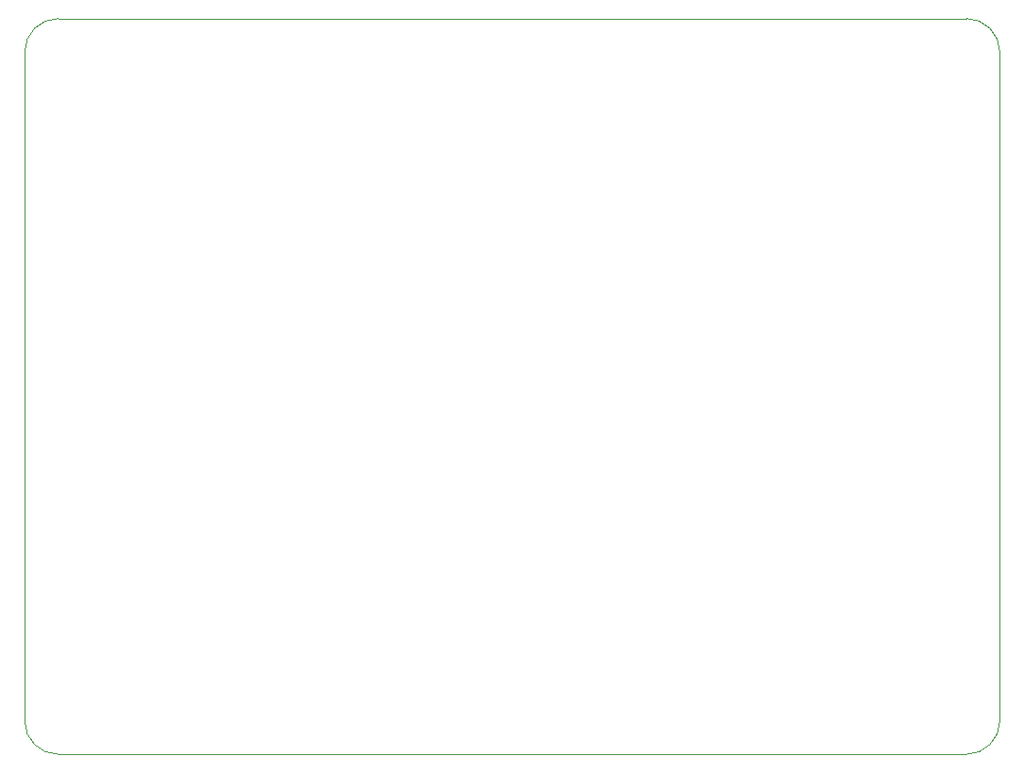
<source format=gbr>
G04 #@! TF.GenerationSoftware,KiCad,Pcbnew,(5.1.5-0-10_14)*
G04 #@! TF.CreationDate,2020-08-11T13:59:43+10:00*
G04 #@! TF.ProjectId,esp32_battery_isolator,65737033-325f-4626-9174-746572795f69,rev?*
G04 #@! TF.SameCoordinates,Original*
G04 #@! TF.FileFunction,Profile,NP*
%FSLAX46Y46*%
G04 Gerber Fmt 4.6, Leading zero omitted, Abs format (unit mm)*
G04 Created by KiCad (PCBNEW (5.1.5-0-10_14)) date 2020-08-11 13:59:43*
%MOMM*%
%LPD*%
G04 APERTURE LIST*
%ADD10C,0.050000*%
G04 APERTURE END LIST*
D10*
X101800000Y-78000000D02*
G75*
G02X104800000Y-75000000I3000000J0D01*
G01*
X186200000Y-75000000D02*
G75*
G02X189200000Y-78000000I0J-3000000D01*
G01*
X189200000Y-138000000D02*
G75*
G02X186200000Y-141000000I-3000000J0D01*
G01*
X104800000Y-141000000D02*
G75*
G02X101800000Y-138000000I0J3000000D01*
G01*
X189200000Y-78000000D02*
X189200000Y-138000000D01*
X186200000Y-141000000D02*
X104800000Y-141000000D01*
X101800000Y-138000000D02*
X101800000Y-78000000D01*
X104800000Y-75000000D02*
X186200000Y-75000000D01*
M02*

</source>
